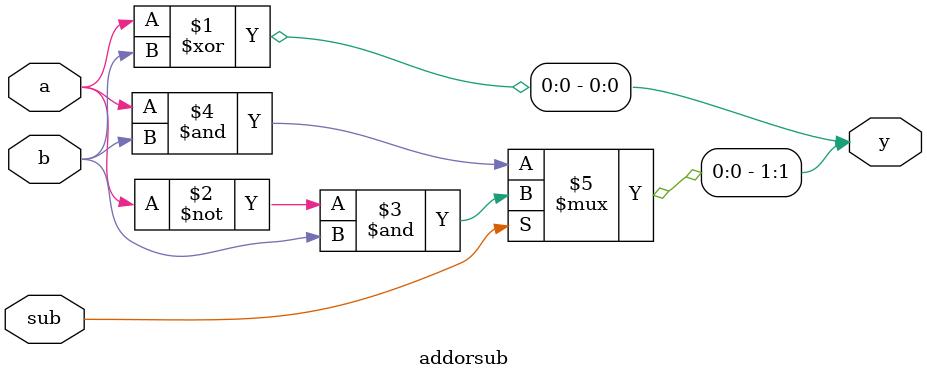
<source format=v>
module addorsub(a,b,sub,y);
input a,b,sub;
output [1:0]y;
assign y[0]=a^b;
assign y[1]=sub ? ((~a)&b):(a&b);
endmodule

</source>
